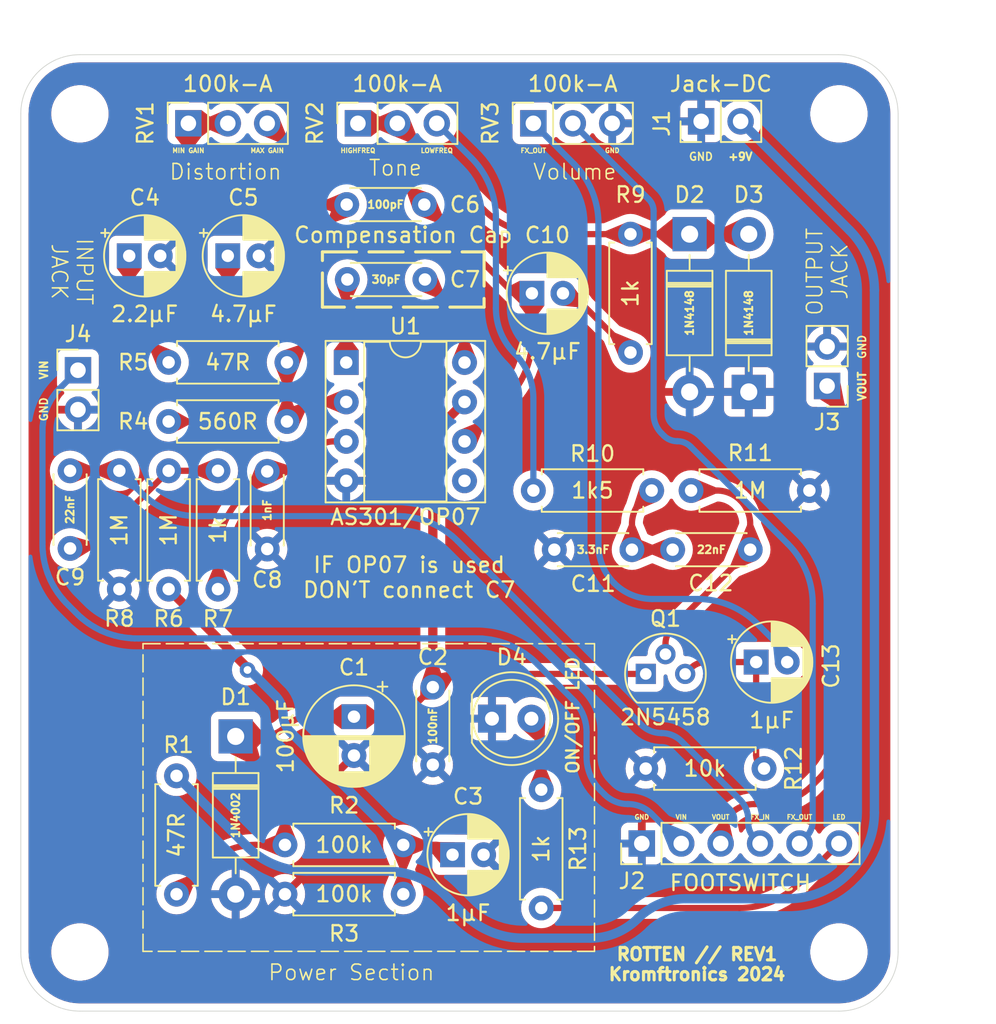
<source format=kicad_pcb>
(kicad_pcb (version 20240108) (generator "pcbnew") (generator_version "8.0")
  (title_block (title "Rotten") (date "2024-06-06") (rev "1") (company "Kromftronics"))
  (layers (0 "F.Cu" signal) (31 "B.Cu" signal) (34 "B.Paste" user) (35 "F.Paste" user) (36 "B.SilkS" user "B.Silkscreen") (37 "F.SilkS" user "F.Silkscreen") (38 "B.Mask" user) (39 "F.Mask" user) (44 "Edge.Cuts" user))
  (net 0 "")
  (net 1 "+9V")
  (net 2 "GND")
  (net 3 "/+4V5")
  (net 4 "Net-(C4-Pad1)")
  (net 5 "Net-(C5-Pad1)")
  (net 6 "Net-(C10-Pad1)")
  (net 7 "Net-(U1--)")
  (net 8 "Net-(U1-C{slash}B)")
  (net 9 "Net-(U1-COMP)")
  (net 10 "Net-(U1-+)")
  (net 11 "/FX_IN")
  (net 12 "Net-(C9-Pad2)")
  (net 13 "Net-(C10-Pad2)")
  (net 14 "Net-(C11-Pad1)")
  (net 15 "Net-(Q1-G)")
  (net 16 "Net-(C13-Pad2)")
  (net 17 "Net-(Q1-S)")
  (net 18 "Net-(D2-K)")
  (net 19 "Net-(D4-A)")
  (net 20 "/+9V_IN")
  (net 21 "/VOUT")
  (net 22 "/LED")
  (net 23 "/FX_OUT")
  (net 24 "/VIN")
  (net 25 "Net-(R10-Pad1)")
  (footprint "Capacitor_THT:CP_Radial_D5.0mm_P2.00mm" (layer "F.Cu") (at 140.716 93.726)
    (property "Reference" "C13")
    (property "Value" "1µF")
  )
  (footprint "Resistor_THT:R_Axial_DIN0207_L6.3mm_D2.5mm_P7.62mm_Horizontal" (layer "F.Cu") (at 110.363 108.672621)
    (property "Reference" "R3")
    (property "Value" "100k")
  )
  (footprint "Connector_PinHeader_2.54mm:PinHeader_1x02_P2.54mm_Vertical" (layer "F.Cu") (at 97.028 74.93)
    (property "Reference" "J4")
    (property "Value" "JACK INPUT")
  )
  (footprint "MountingHole:MountingHole_3.2mm_M3_DIN965" (layer "F.Cu") (at 146.05 112.395)
    (property "Reference" "H4" (hide yes))
    (property "Value" "MountingHole")
  )
  (footprint "Resistor_THT:R_Axial_DIN0207_L6.3mm_D2.5mm_P7.62mm_Horizontal" (layer "F.Cu") (at 106.045 81.407 -90)
    (property "Reference" "R7")
    (property "Value" "1k")
  )
  (footprint "Capacitor_THT:CP_Radial_D5.0mm_P2.00mm" (layer "F.Cu") (at 126.27 69.977)
    (property "Reference" "C10")
    (property "Value" "4.7µF")
  )
  (footprint "Resistor_THT:R_Axial_DIN0207_L6.3mm_D2.5mm_P7.62mm_Horizontal" (layer "F.Cu") (at 117.983 105.497621 180)
    (property "Reference" "R2")
    (property "Value" "100k")
  )
  (footprint "Resistor_THT:R_Axial_DIN0207_L6.3mm_D2.5mm_P7.62mm_Horizontal" (layer "F.Cu") (at 103.378 101.052621 -90)
    (property "Reference" "R1")
    (property "Value" "47R")
  )
  (footprint "Diode_THT:D_DO-41_SOD81_P10.16mm_Horizontal" (layer "F.Cu") (at 136.43 66.167 -90)
    (property "Reference" "D2")
    (property "Value" "1N4148")
  )
  (footprint "MountingHole:MountingHole_3.2mm_M3_DIN965" (layer "F.Cu") (at 97.155 112.395)
    (property "Reference" "H3" (hide yes))
    (property "Value" "MountingHole")
  )
  (footprint "Capacitor_THT:C_Disc_D4.3mm_W1.9mm_P5.00mm" (layer "F.Cu") (at 119.34 64.262 180)
    (property "Reference" "C6")
    (property "Value" "100pF")
  )
  (footprint "Resistor_THT:R_Axial_DIN0207_L6.3mm_D2.5mm_P7.62mm_Horizontal" (layer "F.Cu") (at 144.145 82.677 180)
    (property "Reference" "R11")
    (property "Value" "1M")
  )
  (footprint "Package_TO_SOT_THT:TO-92" (layer "F.Cu") (at 133.604 94.488)
    (property "Reference" "Q1")
    (property "Value" "2N5458")
  )
  (footprint "Capacitor_THT:C_Disc_D4.3mm_W1.9mm_P5.00mm" (layer "F.Cu") (at 119.38 69.088 180)
    (property "Reference" "C7")
    (property "Value" "30pF")
  )
  (footprint "Resistor_THT:R_Axial_DIN0207_L6.3mm_D2.5mm_P7.62mm_Horizontal" (layer "F.Cu") (at 133.604 100.584)
    (property "Reference" "R12")
    (property "Value" "10k")
  )
  (footprint "Resistor_THT:R_Axial_DIN0207_L6.3mm_D2.5mm_P7.62mm_Horizontal" (layer "F.Cu") (at 102.87 81.407 -90)
    (property "Reference" "R6")
    (property "Value" "1M")
  )
  (footprint "Capacitor_THT:CP_Radial_D5.0mm_P2.00mm" (layer "F.Cu") (at 106.68 67.564)
    (property "Reference" "C5")
    (property "Value" "4.7µF")
  )
  (footprint "Connector_PinSocket_2.54mm:PinSocket_1x03_P2.54mm_Vertical" (layer "F.Cu") (at 126.365 59.03 90)
    (property "Reference" "RV3")
    (property "Value" "100k-A")
  )
  (footprint "Capacitor_THT:C_Disc_D4.3mm_W1.9mm_P5.00mm" (layer "F.Cu") (at 132.715 86.487 180)
    (property "Reference" "C11")
    (property "Value" "3.3nF")
  )
  (footprint "Diode_THT:D_DO-41_SOD81_P10.16mm_Horizontal" (layer "F.Cu") (at 107.188 98.512621 -90)
    (property "Reference" "D1")
    (property "Value" "1N4002")
  )
  (footprint "Package_DIP:DIP-8_W7.62mm_Socket" (layer "F.Cu") (at 114.31 74.432)
    (property "Reference" "U1")
    (property "Value" "AS301/OP07")
  )
  (footprint "Resistor_THT:R_Axial_DIN0207_L6.3mm_D2.5mm_P7.62mm_Horizontal" (layer "F.Cu") (at 126.873 101.941621 -90)
    (property "Reference" "R13")
    (property "Value" "1k")
  )
  (footprint "LED_THT:LED_D5.0mm_IRBlack" (layer "F.Cu") (at 123.698 97.369621)
    (property "Reference" "D4")
    (property "Value" "ON/OFF LED")
  )
  (footprint "Connector_PinHeader_2.54mm:PinHeader_1x02_P2.54mm_Vertical" (layer "F.Cu") (at 145.288 75.946 180)
    (property "Reference" "J3")
    (property "Value" "JACK OUTPUT")
  )
  (footprint "Capacitor_THT:C_Disc_D4.3mm_W1.9mm_P5.00mm" (layer "F.Cu") (at 96.52 81.407 -90)
    (property "Reference" "C9")
    (property "Value" "22nF")
  )
  (footprint "Connector_PinHeader_2.54mm:PinHeader_1x02_P2.54mm_Vertical" (layer "F.Cu") (at 137.175 58.903 90)
    (property "Reference" "J1")
    (property "Value" "Jack-DC")
  )
  (footprint "Capacitor_THT:CP_Radial_D6.3mm_P2.50mm" (layer "F.Cu") (at 114.808 97.242621 -90)
    (property "Reference" "C1")
    (property "Value" "100µF")
  )
  (footprint "Connector_PinHeader_2.54mm:PinHeader_1x06_P2.54mm_Vertical" (layer "F.Cu") (at 133.35 105.41 90)
    (property "Reference" "J2")
    (property "Value" "FOOTSWITCH")
  )
  (footprint "Connector_PinSocket_2.54mm:PinSocket_1x03_P2.54mm_Vertical" (layer "F.Cu") (at 115.062 59.03 90)
    (property "Reference" "RV2")
    (property "Value" "100k-A")
  )
  (footprint "Capacitor_THT:CP_Radial_D5.0mm_P2.00mm" (layer "F.Cu") (at 100.33 67.564)
    (property "Reference" "C4")
    (property "Value" "2.2µF")
  )
  (footprint "Capacitor_THT:CP_Radial_D5.0mm_P2.00mm" (layer "F.Cu") (at 121.158 106.132621)
    (property "Reference" "C3")
    (property "Value" "1µF")
  )
  (footprint "MountingHole:MountingHole_3.2mm_M3_DIN965" (layer "F.Cu") (at 146.05 58.42)
    (property "Reference" "H2" (hide yes))
    (property "Value" "MountingHole")
  )
  (footprint "Resistor_THT:R_Axial_DIN0207_L6.3mm_D2.5mm_P7.62mm_Horizontal" (layer "F.Cu") (at 132.62 73.787 90)
    (property "Reference" "R9")
    (property "Value" "1k")
  )
  (footprint "Resistor_THT:R_Axial_DIN0207_L6.3mm_D2.5mm_P7.62mm_Horizontal" (layer "F.Cu") (at 102.87 74.422)
    (property "Reference" "R5")
    (property "Value" "47R")
  )
  (footprint "Resistor_THT:R_Axial_DIN0207_L6.3mm_D2.5mm_P7.62mm_Horizontal" (layer "F.Cu") (at 126.365 82.677)
    (property "Reference" "R10")
    (property "Value" "1k5")
  )
  (footprint "Resistor_THT:R_Axial_DIN0207_L6.3mm_D2.5mm_P7.62mm_Horizontal" (layer "F.Cu") (at 102.87 78.232)
    (property "Reference" "R4")
    (property "Value" "560R")
  )
  (footprint "MountingHole:MountingHole_3.2mm_M3_DIN965" (layer "F.Cu") (at 97.155 58.42)
    (property "Reference" "H1" (hide yes))
    (property "Value" "MountingHole")
  )
  (footprint "Diode_THT:D_DO-41_SOD81_P10.16mm_Horizontal" (layer "F.Cu") (at 140.24 76.327 90)
    (property "Reference" "D3")
    (property "Value" "1N4148")
  )
  (footprint "Capacitor_THT:C_Disc_D4.3mm_W1.9mm_P5.00mm" (layer "F.Cu") (at 135.335 86.487)
    (property "Reference" "C12")
    (property "Value" "22nF")
  )
  (footprint "Resistor_THT:R_Axial_DIN0207_L6.3mm_D2.5mm_P7.62mm_Horizontal" (layer "F.Cu") (at 99.695 89.027 90)
    (property "Reference" "R8")
    (property "Value" "1M")
  )
  (footprint "Connector_PinSocket_2.54mm:PinSocket_1x03_P2.54mm_Vertical" (layer "F.Cu") (at 104.14 59.03 90)
    (property "Reference" "RV1")
    (property "Value" "100k-A")
  )
  (footprint "Capacitor_THT:C_Disc_D4.3mm_W1.9mm_P5.00mm" (layer "F.Cu") (at 119.888 95.337621 -90)
    (property "Reference" "C2")
    (property "Value" "100nF")
  )
  (footprint "Capacitor_THT:C_Disc_D4.3mm_W1.9mm_P5.00mm" (layer "F.Cu") (at 109.22 81.447 -90)
    (property "Reference" "C8")
    (property "Value" "1nF")
  )
  (gr_rect (start 101.219 92.543621) (end 130.302 112.355621) (stroke (width 0.1) (type dash)) (fill none) (layer "F.SilkS"))
  (gr_rect (start 112.776 67.31) (end 123.19 70.866) (stroke (width 0.2) (type dash)) (fill none) (layer "F.SilkS"))
  (gr_line (start 146.05 116.205) (end 97.155 116.205) (stroke (width 0.05)) (layer "Edge.Cuts"))
  (gr_arc (start 93.345 58.42) (mid 94.460923 55.725923) (end 97.155 54.61) (stroke (width 0.05)) (layer "Edge.Cuts"))
  (gr_line (start 97.155 54.61) (end 146.05 54.61) (stroke (width 0.05)) (layer "Edge.Cuts"))
  (gr_arc (start 149.86 112.395) (mid 148.744077 115.089077) (end 146.05 116.205) (stroke (width 0.05)) (layer "Edge.Cuts"))
  (gr_arc (start 146.05 54.61) (mid 148.744077 55.725923) (end 149.86 58.42) (stroke (width 0.05)) (layer "Edge.Cuts"))
  (gr_line (start 149.86 58.42) (end 149.86 112.395) (stroke (width 0.05)) (layer "Edge.Cuts"))
  (gr_line (start 93.345 112.395) (end 93.345 58.42) (stroke (width 0.05)) (layer "Edge.Cuts"))
  (gr_arc (start 97.155 116.205) (mid 94.460923 115.089077) (end 93.345 112.395) (stroke (width 0.05)) (layer "Edge.Cuts"))
  (gr_text "GND" (at 147.828 73.426 90) (layer "F.SilkS") (effects (font (size 0.5 0.5) (thickness 0.1)) (justify bottom)))
  (gr_text "VIN" (at 135.89 103.886 0) (layer "F.SilkS") (effects (font (size 0.3 0.3) (thickness 0.075)) (justify bottom)))
  (gr_text "GND" (at 95.123 77.45 90) (layer "F.SilkS") (effects (font (size 0.5 0.5) (thickness 0.1)) (justify bottom)))
  (gr_text "GND" (at 131.445 60.96 0) (layer "F.SilkS") (effects (font (size 0.3 0.3) (thickness 0.075)) (justify bottom)))
  (gr_text "MAX GAIN" (at 109.22 60.96 0) (layer "F.SilkS") (effects (font (size 0.3 0.3) (thickness 0.075)) (justify bottom)))
  (gr_text "IF OP07 is used\nDON'T connect C7" (at 118.364 89.662 0) (layer "F.SilkS") (effects (font (size 1 1)) (justify bottom)))
  (gr_text "VIN" (at 95.123 74.91 90) (layer "F.SilkS") (effects (font (size 0.5 0.5) (thickness 0.125)) (justify bottom)))
  (gr_text "MIN GAIN" (at 104.14 60.96 0) (layer "F.SilkS") (effects (font (size 0.3 0.3) (thickness 0.075)) (justify bottom)))
  (gr_text "GND" (at 133.35 103.886 0) (layer "F.SilkS") (effects (font (size 0.3 0.3) (thickness 0.075)) (justify bottom)))
  (gr_text "Compensation Cap" (at 117.983 66.802 0) (layer "F.SilkS") (effects (font (size 1 1)) (justify bottom)))
  (gr_text "FX_IN" (at 140.97 103.886 0) (layer "F.SilkS") (effects (font (size 0.3 0.3) (thickness 0.075)) (justify bottom)))
  (gr_text "VOUT" (at 138.43 103.886 0) (layer "F.SilkS") (effects (font (size 0.3 0.3) (thickness 0.075)) (justify bottom)))
  (gr_text "HIGHFREQ" (at 115.062 60.96 0) (layer "F.SilkS") (effects (font (size 0.3 0.3) (thickness 0.075)) (justify bottom)))
  (gr_text "Tone" (at 117.475 62.484 0) (layer "F.SilkS") (effects (font (size 1 1) (thickness 0.1)) (justify bottom)))
  (gr_text "INPUT\nJACK" (at 95.25 68.58 270) (layer "F.SilkS") (effects (font (size 1 1) (thickness 0.1)) (justify bottom)))
  (gr_text "LED" (at 146.05 103.886 0) (layer "F.SilkS") (effects (font (size 0.3 0.3) (thickness 0.075)) (justify bottom)))
  (gr_text "OUTPUT\nJACK" (at 146.685 68.58 90) (layer "F.SilkS") (effects (font (size 1 1) (thickness 0.1)) (justify bottom)))
  (gr_text "LOWFREQ" (at 120.142 60.96 0) (layer "F.SilkS") (effects (font (size 0.3 0.3) (thickness 0.075)) (justify bottom)))
  (gr_text "ROTTEN // REV1\nKromftronics 2024\n" (at 136.906 114.3 0) (layer "F.SilkS") (effects (font (size 0.8 0.8) (thickness 0.2) (bold yes)) (justify bottom)))
  (gr_text "Volume" (at 129.032 62.738 0) (layer "F.SilkS") (effects (font (size 1 1) (thickness 0.1)) (justify bottom)))
  (gr_text "VOUT" (at 147.828 75.966 90) (layer "F.SilkS") (effects (font (size 0.5 0.5) (thickness 0.125)) (justify bottom)))
  (gr_text "GND" (at 137.16 61.468 0) (layer "F.SilkS") (effects (font (size 0.5 0.5) (thickness 0.1)) (justify bottom)))
  (gr_text "+9V" (at 139.7 61.468 0) (layer "F.SilkS") (effects (font (size 0.5 0.5) (thickness 0.125)) (justify bottom)))
  (gr_text "Power Section" (at 109.22 114.3 0) (layer "F.SilkS") (effects (font (size 1 1) (thickness 0.1)) (justify left bottom)))
  (gr_text "FX_OUT" (at 126.365 60.96 0) (layer "F.SilkS") (effects (font (size 0.3 0.3) (thickness 0.075)) (justify bottom)))
  (gr_text "Distortion" (at 106.538 62.738 0) (layer "F.SilkS") (effects (font (size 1 1) (thickness 0.1)) (justify bottom)))
  (gr_text "FX_OUT" (at 143.51 103.886 0) (layer "F.SilkS") (effects (font (size 0.3 0.3) (thickness 0.075)) (justify bottom)))
  (segment (start 107.291725 98.909725) (end 109.119686 100.737686) (width 0.4) (layer "F.Cu") (net 1))
  (segment (start 114.808 97.242621) (end 111.935404 97.242621) (width 0.4) (layer "F.Cu") (net 1))
  (segment (start 119.490229 95.735385) (end 119.436144 95.78947) (width 0.4) (layer "F.Cu") (net 1))
  (segment (start 119.050931 96.174687) (end 119.017951 96.207667) (width 0.4) (layer "F.Cu") (net 1))
  (segment (start 119.104523 96.121094) (end 119.096278 96.129339) (width 0.4) (layer "F.Cu") (net 1))
  (segment (start 118.956112 96.269506) (end 118.947867 96.277752) (width 0.4) (layer "F.Cu") (net 1))
  (segment (start 120.025823 95.199789) (end 119.934756 95.290858) (width 0.4) (layer "F.Cu") (net 1))
  (segment (start 119.08391 96.141706) (end 119.096278 96.129339) (width 0.4) (layer "F.Cu") (net 1))
  (segment (start 119.576651 95.648962) (end 119.5529 95.672715) (width 0.4) (layer "F.Cu") (net 1))
  (segment (start 119.888 80.457912) (end 119.888 95.337621) (width 0.6) (layer "F.Cu") (net 1))
  (segment (start 120.192083 95.033533) (end 120.116892 95.108722) (width 0.4) (layer "F.Cu") (net 1))
  (segment (start 118.9355 96.290121) (end 118.939622 96.285998) (width 0.4) (layer "F.Cu") (net 1))
  (segment (start 119.610275 95.615338) (end 119.579942 95.645672) (width 0.4) (layer "F.Cu") (net 1))
  (segment (start 120.26383 94.961787) (end 120.282628 94.94299) (width 0.4) (layer "F.Cu") (net 1))
  (segment (start 118.947867 96.277752) (end 118.939622 96.285998) (width 0.4) (layer "F.Cu") (net 1))
  (segment (start 119.637318 95.588295) (end 119.610275 95.615338) (width 0.4) (layer "F.Cu") (net 1))
  (segment (start 120.302749 94.92287) (end 120.282628 94.94299) (width 0.4) (layer "F.Cu") (net 1))
  (segment (start 119.08391 96.141706) (end 119.050931 96.174687) (width 0.4) (layer "F.Cu") (net 1))
  (segment (start 120.241063 94.984554) (end 120.218295 95.007321) (width 0.4) (layer "F.Cu") (net 1))
  (segment (start 120.218295 95.007321) (end 120.192083 95.033533) (width 0.4) (layer "F.Cu") (net 1))
  (segment (start 118.964357 96.261261) (end 118.956112 96.269506) (width 0.4) (layer "F.Cu") (net 1))
  (segment (start 108.458 105.497621) (end 110.363 105.497621) (width 0.4) (layer "F.Cu") (net 1))
  (segment (start 120.025823 95.199789) (end 120.067388 95.158225) (width 0.4) (layer "F.Cu") (net 1))
  (segment (start 119.806156 95.419457) (end 119.721737 95.503876) (width 0.4) (layer "F.Cu") (net 1))
  (segment (start 119.505395 95.720218) (end 119.490229 95.735385) (width 0.4) (layer "F.Cu") (net 1))
  (segment (start 120.302749 94.92287) (end 120.31281 94.91281) (width 0.4) (layer "F.Cu") (net 1))
  (segment (start 119.721737 95.503876) (end 119.637318 95.588295) (width 0.4) (layer "F.Cu") (net 1))
  (segment (start 119.397224 95.828389) (end 119.436144 95.78947) (width 0.4) (layer "F.Cu") (net 1))
  (segment (start 120.075327 95.150287) (end 120.067388 95.158225) (width 0.4) (layer "F.Cu") (net 1))
  (segment (start 119.934756 95.290858) (end 119.843687 95.381925) (width 0.4) (layer "F.Cu") (net 1))
  (segment (start 121.338393 94.488) (end 133.604 94.488) (width 0.4) (layer "F.Cu") (net 1))
  (segment (start 105.205961 106.844659) (end 103.378 108.672621) (width 0.4) (layer "F.Cu") (net 1))
  (segment (start 119.397224 95.828389) (end 119.265303 95.960312) (width 0.4) (layer "F.Cu") (net 1))
  (segment (start 119.017951 96.207667) (end 118.984971 96.240647) (width 0.4) (layer "F.Cu") (net 1))
  (segment (start 108.869353 98.512621) (end 107.334689 98.512621) (width 0.4) (layer "F.Cu") (net 1))
  (segment (start 119.219954 96.005661) (end 119.178729 96.046887) (width 0.4) (layer "F.Cu") (net 1))
  (segment (start 120.909 77.993) (end 121.93 76.972) (width 0.6) (layer "F.Cu") (net 1))
  (segment (start 110.363 103.73931) (end 110.363 105.497621) (width 0.4) (layer "F.Cu") (net 1))
  (segment (start 119.576651 95.648962) (end 119.579942 95.645672) (width 0.4) (layer "F.Cu") (net 1))
  (segment (start 118.972602 96.253016) (end 118.984971 96.240647) (width 0.4) (layer "F.Cu") (net 1))
  (segment (start 119.178729 96.046887) (end 119.137504 96.088112) (width 0.4) (layer "F.Cu") (net 1))
  (segment (start 114.808 97.242621) (end 116.635961 97.242621) (width 0.4) (layer "F.Cu") (net 1))
  (segment (start 120.26383 94.961787) (end 120.241063 94.984554) (width 0.4) (layer "F.Cu") (net 1))
  (segment (start 119.529148 95.696467) (end 119.505395 95.720218) (width 0.4) (layer "F.Cu") (net 1))
  (segment (start 119.137504 96.088112) (end 119.112768 96.112848) (width 0.4) (layer "F.Cu") (net 1))
  (segment (start 119.112768 96.112848) (end 119.104523 96.121094) (width 0.4) (layer "F.Cu") (net 1))
  (segment (start 119.219954 96.005661) (end 119.265303 95.960312) (width 0.4) (layer "F.Cu") (net 1))
  (segment (start 120.116892 95.108722) (end 120.083266 95.142348) (width 0.4) (layer "F.Cu") (net 1))
  (segment (start 119.5529 95.672715) (end 119.529148 95.696467) (width 0.4) (layer "F.Cu") (net 1))
  (segment (start 119.843687 95.381925) (end 119.806156 95.419457) (width 0.4) (layer "F.Cu") (net 1))
  (segment (start 120.083266 95.142348) (end 120.075327 95.150287) (width 0.4) (layer "F.Cu") (net 1))
  (segment (start 118.972602 96.253016) (end 118.964357 96.261261) (width 0.4) (layer "F.Cu") (net 1))
  (arc (start 108.458 105.497621) (mid 106.698009 105.847704) (end 105.205961 106.844659) (width 0.4) (layer "F.Cu") (net 1))
  (arc (start 118.9355 96.290121) (mid 117.880462 96.995074) (end 116.635961 97.242621) (width 0.4) (layer "F.Cu") (net 1))
  (arc (start 121.338393 94.488) (mid 120.783351 94.598404) (end 120.31281 94.91281) (width 0.4) (layer "F.Cu") (net 1))
  (arc (start 110.402379 97.877621) (mid 111.105736 97.407652) (end 111.935404 97.242621) (width 0.4) (layer "F.Cu") (net 1))
  (arc (start 110.363 103.73931) (mid 110.039873 102.114843) (end 109.119686 100.737686) (width 0.4) (layer "F.Cu") (net 1))
  (arc (start 120.909 77.993) (mid 120.153349 79.123911) (end 119.888 80.457912) (width 0.6) (layer "F.Cu") (net 1))
  (arc (start 110.402379 97.877621) (mid 109.69902 98.347589) (end 108.869353 98.512621) (width 0.4) (layer "F.Cu") (net 1))
  (arc (start 107.188 98.65931) (mid 107.214957 98.794833) (end 107.291725 98.909725) (width 0.4) (layer "F.Cu") (net 1))
  (arc (start 107.188 98.65931) (mid 107.230964 98.555585) (end 107.334689 98.512621) (width 0.4) (layer "F.Cu") (net 1))
  (segment (start 120.073987 105.497621) (end 117.983 105.497621) (width 0.4) (layer "F.Cu") (net 3))
  (segment (start 117.983 105.497621) (end 117.983 108.672621) (width 0.4) (layer "F.Cu") (net 3))
  (segment (start 107.905098 94.062098) (end 102.87 89.027) (width 0.6) (layer "F.Cu") (net 3))
  (segment (start 120.8405 105.815121) (end 121.158 106.132621) (width 0.4) (layer "F.Cu") (net 3))
  (segment (start 107.95 94.1705) (end 107.95 94.234) (width 0.6) (layer "F.Cu") (net 3))
  (via (at 107.95 94.234) (size 1) (drill 0.5) (layers "F.Cu" "B.Cu") (net 3))
  (arc (start 107.905098 94.062098) (mid 107.93833 94.111833) (end 107.95 94.1705) (width 0.6) (layer "F.Cu") (net 3))
  (arc (start 120.073987 105.497621) (mid 120.48882 105.580136) (end 120.8405 105.815121) (width 0.4) (layer "F.Cu") (net 3))
  (segment (start 108.0135 94.234) (end 107.95 94.234) (width 0.6) (layer "B.Cu") (net 3))
  (segment (start 110.715991 98.230612) (end 117.983 105.497621) (width 0.6) (layer "B.Cu") (net 3))
  (segment (start 108.121901 94.278901) (end 109.756008 95.913008) (width 0.6) (layer "B.Cu") (net 3))
  (arc (start 110.236 97.07181) (mid 110.111254 96.444671) (end 109.756008 95.913008) (width 0.6) (layer "B.Cu") (net 3))
  (arc (start 110.236 97.07181) (mid 110.360745 97.698949) (end 110.715991 98.230612) (width 0.6) (layer "B.Cu") (net 3))
  (arc (start 108.121901 94.278901) (mid 108.072166 94.245669) (end 108.0135 94.234) (width 0.6) (layer "B.Cu") (net 3))
  (segment (start 100.33 70.085948) (end 100.33 67.564) (width 0.4) (layer "F.Cu") (net 4))
  (segment (start 101.6 73.152) (end 102.5525 74.1045) (width 0.4) (layer "F.Cu") (net 4))
  (segment (start 102.5525 74.1045) (end 102.235 73.787) (width 0.4) (layer "F.Cu") (net 4))
  (arc (start 101.6 73.152) (mid 100.660062 71.745283) (end 100.33 70.085948) (width 0.4) (layer "F.Cu") (net 4))
  (arc (start 102.5525 74.1045) (mid 102.5525 74.1045) (end 102.5525 74.1045) (width 0.4) (layer "F.Cu") (net 4))
  (segment (start 106.68 76.201868) (end 106.68 67.564) (width 0.4) (layer "F.Cu") (net 5))
  (segment (start 105.964223 77.423776) (end 106.322111 77.065887) (width 0.4) (layer "F.Cu") (net 5))
  (segment (start 104.013 78.232) (end 102.87 78.232) (width 0.4) (layer "F.Cu") (net 5))
  (arc (start 105.964223 77.423776) (mid 105.068994 78.021949) (end 104.013 78.232) (width 0.4) (layer "F.Cu") (net 5))
  (arc (start 106.322111 77.065887) (mid 106.586987 76.669471) (end 106.68 76.201868) (width 0.4) (layer "F.Cu") (net 5))
  (segment (start 124.679574 69.561574) (end 119.394142 64.276142) (width 0.4) (layer "F.Cu") (net 6))
  (segment (start 126.27 72.918036) (end 126.27 70.5645) (width 0.4) (layer "F.Cu") (net 6))
  (segment (start 110.826207 60.636207) (end 109.22 59.03) (width 0.4) (layer "F.Cu") (net 6))
  (segment (start 119.325857 64.247857) (end 118.324 63.246) (width 0.4) (layer "F.Cu") (net 6))
  (segment (start 114.673963 62.23) (end 115.871159 62.23) (width 0.4) (layer "F.Cu") (net 6))
  (segment (start 124.676207 76.765792) (end 121.93 79.512) (width 0.4) (layer "F.Cu") (net 6))
  (arc (start 124.676207 76.765792) (mid 125.855786 75.000426) (end 126.27 72.918036) (width 0.4) (layer "F.Cu") (net 6))
  (arc (start 125.6825 69.977) (mid 125.13972 69.869034) (end 124.679574 69.561574) (width 0.4) (layer "F.Cu") (net 6))
  (arc (start 118.324 63.246) (mid 117.198626 62.494049) (end 115.871159 62.23) (width 0.4) (layer "F.Cu") (net 6))
  (arc (start 119.36 64.262) (mid 119.378477 64.265675) (end 119.394142 64.276142) (width 0.4) (layer "F.Cu") (net 6))
  (arc (start 125.6825 69.977) (mid 126.097925 70.149074) (end 126.27 70.5645) (width 0.4) (layer "F.Cu") (net 6))
  (arc (start 119.325857 64.247857) (mid 119.341522 64.258324) (end 119.36 64.262) (width 0.4) (layer "F.Cu") (net 6))
  (arc (start 114.673963 62.23) (mid 112.591572 61.815786) (end 110.826207 60.636207) (width 0.4) (layer "F.Cu") (net 6))
  (segment (start 112.640954 76.972) (end 114.31 76.972) (width 0.4) (layer "F.Cu") (net 7))
  (segment (start 110.805 77.917) (end 111.12 77.602) (width 0.4) (layer "F.Cu") (net 7))
  (segment (start 107.175235 64.262) (end 114.34 64.262) (width 0.4) (layer "F.Cu") (net 7))
  (segment (start 104.14 61.226764) (end 104.14 59.03) (width 0.4) (layer "F.Cu") (net 7))
  (segment (start 110.49 74.422) (end 111.379 73.533) (width 0.4) (layer "F.Cu") (net 7))
  (segment (start 113.304 65.298) (end 114.34 64.262) (width 0.4) (layer "F.Cu") (net 7))
  (segment (start 110.49 74.422) (end 110.49 77.786522) (width 0.4) (layer "F.Cu") (net 7))
  (segment (start 104.14 59.03) (end 106.68 59.03) (width 0.4) (layer "F.Cu") (net 7))
  (segment (start 112.268 71.386764) (end 112.268 67.799125) (width 0.4) (layer "F.Cu") (net 7))
  (arc (start 112.640954 76.972) (mid 111.817819 77.135731) (end 111.12 77.602) (width 0.4) (layer "F.Cu") (net 7))
  (arc (start 105.029 63.373) (mid 104.371043 62.388298) (end 104.14 61.226764) (width 0.4) (layer "F.Cu") (net 7))
  (arc (start 105.029 63.373) (mid 106.013701 64.030956) (end 107.175235 64.262) (width 0.4) (layer "F.Cu") (net 7))
  (arc (start 112.268 71.386764) (mid 112.036956 72.548298) (end 111.379 73.533) (width 0.4) (layer "F.Cu") (net 7))
  (arc (start 110.805 77.917) (mid 110.603908 77.956999) (end 110.49 77.786522) (width 0.4) (layer "F.Cu") (net 7))
  (arc (start 113.304 65.298) (mid 112.537247 66.445525) (end 112.268 67.799125) (width 0.4) (layer "F.Cu") (net 7))
  (segment (start 114.345 69.123) (end 114.38 69.088) (width 0.4) (layer "F.Cu") (net 8))
  (segment (start 114.31 69.207497) (end 114.31 74.432) (width 0.4) (layer "F.Cu") (net 8))
  (arc (start 114.31 69.207497) (mid 114.319096 69.161767) (end 114.345 69.123) (width 0.4) (layer "F.Cu") (net 8))
  (segment (start 121.740394 71.448394) (end 119.38 69.088) (width 0.4) (layer "F.Cu") (net 9))
  (segment (start 121.92 71.882) (end 121.92 72.128928) (width 0.4) (layer "F.Cu") (net 9))
  (segment (start 121.93 72.153071) (end 121.93 74.432) (width 0.4) (layer "F.Cu") (net 9))
  (arc (start 121.92 71.882) (mid 121.873321 71.647334) (end 121.740394 71.448394) (width 0.4) (layer "F.Cu") (net 9))
  (arc (start 121.925 72.141) (mid 121.9287 72.146538) (end 121.93 72.153071) (width 0.4) (layer "F.Cu") (net 9))
  (arc (start 121.925 72.141) (mid 121.921299 72.135461) (end 121.92 72.128928) (width 0.4) (layer "F.Cu") (net 9))
  (segment (start 109.22 81.447) (end 110.0255 81.447) (width 0.4) (layer "F.Cu") (net 10))
  (segment (start 113.538 79.512) (end 114.31 79.512) (width 0.4) (layer "F.Cu") (net 10))
  (segment (start 106.045 86.8245) (end 106.045 89.027) (width 0.4) (layer "F.Cu") (net 10))
  (segment (start 112.220113 80.057886) (end 111.400574 80.877425) (width 0.4) (layer "F.Cu") (net 10))
  (segment (start 107.602402 83.064597) (end 109.22 81.447) (width 0.4) (layer "F.Cu") (net 10))
  (arc (start 112.220113 80.057886) (mid 112.824764 79.653871) (end 113.538 79.512) (width 0.4) (layer "F.Cu") (net 10))
  (arc (start 107.602402 83.064597) (mid 106.449755 84.789655) (end 106.045 86.8245) (width 0.4) (layer "F.Cu") (net 10))
  (arc (start 111.400574 80.877425) (mid 110.769684 81.298972) (end 110.0255 81.447) (width 0.4) (layer "F.Cu") (net 10))
  (segment (start 99.695 81.407) (end 96.52 81.407) (width 0.4) (layer "F.Cu") (net 11))
  (segment (start 135.922068 98.838068) (end 139.669184 102.585184) (width 0.4) (layer "B.Cu") (net 11))
  (segment (start 140.589 105.029) (end 140.97 105.41) (width 0.4) (layer "B.Cu") (net 11))
  (segment (start 101.394342 83.089709) (end 101.477689 83.159645) (width 0.4) (layer "B.Cu") (net 11))
  (segment (start 118.10808 84.351194) (end 117.989801 84.340845) (width 0.4) (layer "B.Cu") (net 11))
  (segment (start 104.247058 84.306769) (end 104.355445 84.316252) (width 0.4) (layer "B.Cu") (net 11))
  (segment (start 101.078557 82.790557) (end 99.695 81.407) (width 0.4) (layer "B.Cu") (net 11))
  (segment (start 121.48002 85.923563) (end 133.314388 97.757931) (width 0.4) (layer "B.Cu") (net 11))
  (segment (start 117.515292 84.328) (end 104.79027 84.328) (width 0.4) (layer "B.Cu") (net 11))
  (segment (start 140.208 104.109184) (end 140.208 103.886) (width 0.4) (layer "B.Cu") (net 11))
  (arc (start 102.976768 84.025144) (mid 102.774094 83.946327) (end 102.575052 83.858746) (width 0.4) (layer "B.Cu") (net 11))
  (arc (start 134.618228 98.298) (mid 133.912595 98.15764) (end 133.314388 97.757931) (width 0.4) (layer "B.Cu") (net 11))
  (arc (start 117.515292 84.328) (mid 117.634034 84.328312) (end 117.752773 84.329248) (width 0.4) (layer "B.Cu") (net 11))
  (arc (start 120.753742 85.314144) (mid 120.55643 85.182304) (end 120.353556 85.059197) (width 0.4) (layer "B.Cu") (net 11))
  (arc (start 104.572651 84.326868) (mid 104.681459 84.327716) (end 104.79027 84.328) (width 0.4) (layer "B.Cu") (net 11))
  (arc (start 121.130185 85.602999) (mid 121.3086 85.759464) (end 121.48002 85.923563) (width 0.4) (layer "B.Cu") (net 11))
  (arc (start 101.82265 83.424344) (mid 101.647281 83.295758) (end 101.477689 83.159645) (width 0.4) (layer "B.Cu") (net 11))
  (arc (start 104.572651 84.326868) (mid 104.463946 84.323647) (end 104.355445 84.316252) (width 0.4) (layer "B.Cu") (net 11))
  (arc (start 134.618228 98.298) (mid 135.323861 98.438359) (end 135.922068 98.838068) (width 0.4) (layer "B.Cu") (net 11))
  (arc (start 103.391457 84.155898) (mid 103.182685 84.095045) (end 102.976768 84.025144) (width 0.4) (layer "B.Cu") (net 11))
  (arc (start 120.353556 85.059197) (mid 120.145505 84.945056) (end 119.932674 84.8401) (width 0.4) (layer "B.Cu") (net 11))
  (arc (start 103.815964 84.250011) (mid 103.602683 84.207586) (end 103.391457 84.155898) (width 0.4) (layer "B.Cu") (net 11))
  (arc (start 118.10808 84.351194) (mid 118.343973 84.377029) (end 118.578515 84.41313) (width 0.4) (layer "B.Cu") (net 11))
  (arc (start 101.82265 83.424344) (mid 102.00346 83.545158) (end 102.189368 83.65797) (width 0.4) (layer "B.Cu") (net 11))
  (arc (start 121.130185 85.602999) (mid 120.945115 85.454464) (end 120.753742 85.314144) (width 0.4) (layer "B.Cu") (net 11))
  (arc (start 119.494298 84.658517) (mid 119.269587 84.582237) (end 119.041764 84.515832) (width 0.4) (layer "B.Cu") (net 11))
  (arc (start 101.394342 83.089709) (mid 101.31239 83.018217) (end 101.233243 82.943633) (width 0.4) (layer "B.Cu") (net 11))
  (arc (start 140.208 104.109184) (mid 140.307018 104.606984) (end 140.589 105.029) (width 0.4) (layer "B.Cu") (net 11))
  (arc (start 103.815964 84.250011) (mid 104.030891 84.283093) (end 104.247058 84.306769) (width 0.4) (layer "B.Cu") (net 11))
  (arc (start 101.078557 82.790557) (mid 101.1557 82.867297) (end 101.233243 82.943633) (width 0.4) (layer "B.Cu") (net 11))
  (arc (start 117.989801 84.340845) (mid 117.871398 84.332772) (end 117.752773 84.329248) (width 0.4) (layer "B.Cu") (net 11))
  (arc (start 140.208 103.886) (mid 140.067966 103.182003) (end 139.669184 102.585184) (width 0.4) (layer "B.Cu") (net 11))
  (arc (start 119.494298 84.658517) (mid 119.715467 84.744526) (end 119.932674 84.8401) (width 0.4) (layer "B.Cu") (net 11))
  (arc (start 102.575052 83.858746) (mid 102.380019 83.762565) (end 102.189368 83.65797) (width 0.4) (layer "B.Cu") (net 11))
  (arc (start 119.041764 84.515832) (mid 118.81126 84.459427) (end 118.578515 84.41313) (width 0.4) (layer "B.Cu") (net 11))
  (segment (start 97.195 86.407) (end 96.52 86.407) (width 0.4) (layer "F.Cu") (net 12))
  (segment (start 98.347297 85.929702) (end 102.87 81.407) (width 0.4) (layer "F.Cu") (net 12))
  (segment (start 102.87 81.407) (end 106.045 81.407) (width 0.4) (layer "F.Cu") (net 12))
  (arc (start 98.347297 85.929702) (mid 97.818618 86.282954) (end 97.195 86.407) (width 0.4) (layer "F.Cu") (net 12))
  (segment (start 129.000918 70.167918) (end 132.62 73.787) (width 0.4) (layer "F.Cu") (net 13))
  (segment (start 128.54 69.977) (end 128.27 69.977) (width 0.4) (layer "F.Cu") (net 13))
  (arc (start 128.54 69.977) (mid 128.789447 70.026617) (end 129.000918 70.167918) (width 0.4) (layer "F.Cu") (net 13))
  (segment (start 133.35 83.312) (end 133.985 82.677) (width 0.4) (layer "F.Cu") (net 14))
  (segment (start 132.715 86.487) (end 135.335 86.487) (width 0.4) (layer "F.Cu") (net 14))
  (segment (start 132.715 84.845025) (end 132.715 86.487) (width 0.4) (layer "F.Cu") (net 14))
  (arc (start 133.35 83.312) (mid 132.880031 84.015357) (end 132.715 84.845025) (width 0.4) (layer "F.Cu") (net 14))
  (segment (start 138.166974 82.677) (end 136.525 82.677) (width 0.4) (layer "F.Cu") (net 15))
  (segment (start 134.874 92.583) (end 134.874 93.218) (width 0.4) (layer "F.Cu") (net 15))
  (segment (start 140.335 86.487) (end 135.323012 91.498987) (width 0.4) (layer "F.Cu") (net 15))
  (segment (start 140.335 84.845025) (end 140.335 86.487) (width 0.4) (layer "F.Cu") (net 15))
  (arc (start 134.874 92.583) (mid 134.990694 91.996336) (end 135.323012 91.498987) (width 0.4) (layer "F.Cu") (net 15))
  (arc (start 139.7 83.312) (mid 138.996641 82.842031) (end 138.166974 82.677) (width 0.4) (layer "F.Cu") (net 15))
  (arc (start 139.7 83.312) (mid 140.169968 84.015357) (end 140.335 84.845025) (width 0.4) (layer "F.Cu") (net 15))
  (segment (start 136.938036 89.662) (end 134.02484 89.662) (width 0.4) (layer "B.Cu") (net 16))
  (segment (start 142.716 93.456) (end 142.716 93.726) (width 0.4) (layer "B.Cu") (net 16))
  (segment (start 128.962207 61.627207) (end 126.365 59.03) (width 0.4) (layer "B.Cu") (net 16))
  (segment (start 130.556 65.474963) (end 130.556 86.193159) (width 0.4) (layer "B.Cu") (net 16))
  (segment (start 140.785792 91.255792) (end 142.525081 92.995081) (width 0.4) (layer "B.Cu") (net 16))
  (arc (start 134.02484 89.662) (mid 132.697372 89.39795) (end 131.572 88.646) (width 0.4) (layer "B.Cu") (net 16))
  (arc (start 130.556 65.474963) (mid 130.141786 63.392572) (end 128.962207 61.627207) (width 0.4) (layer "B.Cu") (net 16))
  (arc (start 130.556 86.193159) (mid 130.820049 87.520626) (end 131.572 88.646) (width 0.4) (layer "B.Cu") (net 16))
  (arc (start 142.525081 92.995081) (mid 142.666381 93.206552) (end 142.716 93.456) (width 0.4) (layer "B.Cu") (net 16))
  (arc (start 140.785792 91.255792) (mid 139.020426 90.076213) (end 136.938036 89.662) (width 0.4) (layer "B.Cu") (net 16))
  (segment (start 136.525 94.107) (end 136.144 94.488) (width 0.4) (layer "F.Cu") (net 17))
  (segment (start 140.716 93.726) (end 140.716 99.716789) (width 0.4) (layer "F.Cu") (net 17))
  (segment (start 140.97 100.33) (end 141.224 100.584) (width 0.4) (layer "F.Cu") (net 17))
  (segment (start 137.444815 93.726) (end 140.716 93.726) (width 0.4) (layer "F.Cu") (net 17))
  (arc (start 137.444815 93.726) (mid 136.947014 93.825018) (end 136.525 94.107) (width 0.4) (layer "F.Cu") (net 17))
  (arc (start 140.97 100.33) (mid 140.782012 100.048656) (end 140.716 99.716789) (width 0.4) (layer "F.Cu") (net 17))
  (segment (start 126.992963 66.167) (end 132.62 66.167) (width 0.4) (layer "F.Cu") (net 18))
  (segment (start 136.43 66.167) (end 132.62 66.167) (width 0.4) (layer "F.Cu") (net 18))
  (segment (start 117.602 59.03) (end 115.062 59.03) (width 0.4) (layer "F.Cu") (net 18))
  (segment (start 117.602 59.03) (end 123.145207 64.573207) (width 0.4) (layer "F.Cu") (net 18))
  (segment (start 136.43 66.167) (end 140.24 66.167) (width 0.4) (layer "F.Cu") (net 18))
  (arc (start 126.992963 66.167) (mid 124.910572 65.752786) (end 123.145207 64.573207) (width 0.4) (layer "F.Cu") (net 18))
  (segment (start 126.5555 97.687121) (end 126.238 97.369621) (width 0.2) (layer "F.Cu") (net 19))
  (segment (start 126.873 98.453633) (end 126.873 101.941621) (width 0.4) (layer "F.Cu") (net 19))
  (arc (start 126.873 98.453633) (mid 126.790484 98.038799) (end 126.5555 97.687121) (width 0.2) (layer "F.Cu") (net 19))
  (segment (start 136.162051 108.966) (end 142.780036 108.966) (width 0.6) (layer "B.Cu") (net 20))
  (segment (start 107.919586 105.594207) (end 103.378 101.052621) (width 0.6) (layer "B.Cu") (net 20))
  (segment (start 121.850207 109.912207) (end 120.719792 108.781792) (width 0.6) (layer "B.Cu") (net 20))
  (segment (start 148.336 69.777963) (end 148.336 103.410036) (width 0.6) (layer "B.Cu") (net 20))
  (segment (start 146.627792 107.372206) (end 146.742207 107.257792) (width 0.6) (layer "B.Cu") (net 20))
  (segment (start 146.742207 65.930207) (end 139.715 58.903) (width 0.6) (layer "B.Cu") (net 20))
  (segment (start 111.767342 107.188) (end 116.872036 107.188) (width 0.6) (layer "B.Cu") (net 20))
  (segment (start 125.697963 111.506) (end 130.029948 111.506) (width 0.6) (layer "B.Cu") (net 20))
  (arc (start 148.336 103.410036) (mid 147.921786 105.492426) (end 146.742207 107.257792) (width 0.6) (layer "B.Cu") (net 20))
  (arc (start 120.719792 108.781792) (mid 118.954426 107.602213) (end 116.872036 107.188) (width 0.6) (layer "B.Cu") (net 20))
  (arc (start 121.850207 109.912207) (mid 123.615572 111.091786) (end 125.697963 111.506) (width 0.6) (layer "B.Cu") (net 20))
  (arc (start 111.767342 107.188) (mid 109.684951 106.773786) (end 107.919586 105.594207) (width 0.6) (layer "B.Cu") (net 20))
  (arc (start 148.336 69.777963) (mid 147.921786 67.695572) (end 146.742207 65.930207) (width 0.6) (layer "B.Cu") (net 20))
  (arc (start 133.096 110.236) (mid 131.689283 111.175937) (end 130.029948 111.506) (width 0.6) (layer "B.Cu") (net 20))
  (arc (start 136.162051 108.966) (mid 134.502716 109.296062) (end 133.096 110.236) (width 0.6) (layer "B.Cu") (net 20))
  (arc (start 146.627792 107.372206) (mid 144.862426 108.551786) (end 142.780036 108.966) (width 0.6) (layer "B.Cu") (net 20))
  (segment (start 145.796 76.454) (end 145.288 75.946) (width 0.4) (layer "F.Cu") (net 21))
  (segment (start 140.598025 102.87) (end 141.4145 102.87) (width 0.4) (layer "F.Cu") (net 21))
  (segment (start 138.879012 103.690987) (end 139.065 103.505) (width 0.4) (layer "F.Cu") (net 21))
  (segment (start 138.43 104.775) (end 138.43 105.41) (width 0.4) (layer "F.Cu") (net 21))
  (segment (start 146.304 77.68042) (end 146.304 97.449935) (width 0.4) (layer "F.Cu") (net 21))
  (segment (start 144.716499 101.282499) (end 144.341334 101.657665) (width 0.4) (layer "F.Cu") (net 21))
  (arc (start 138.879012 103.690987) (mid 138.546694 104.188336) (end 138.43 104.775) (width 0.4) (layer "F.Cu") (net 21))
  (arc (start 144.341334 101.657665) (mid 142.998491 102.554924) (end 141.4145 102.87) (width 0.4) (layer "F.Cu") (net 21))
  (arc (start 144.716499 101.282499) (mid 145.891421 99.524104) (end 146.304 97.449935) (width 0.4) (layer "F.Cu") (net 21))
  (arc (start 146.304 77.68042) (mid 146.171975 77.016686) (end 145.796 76.454) (width 0.4) (layer "F.Cu") (net 21))
  (arc (start 139.065 103.505) (mid 139.768357 103.035031) (end 140.598025 102.87) (width 0.4) (layer "F.Cu") (net 21))
  (segment (start 139.644415 109.561621) (end 126.873 109.561621) (width 0.4) (layer "F.Cu") (net 22))
  (segment (start 143.492171 107.967828) (end 146.05 105.41) (width 0.4) (layer "F.Cu") (net 22))
  (arc (start 143.492171 107.967828) (mid 141.726805 109.147407) (end 139.644415 109.561621) (width 0.4) (layer "F.Cu") (net 22))
  (segment (start 136.50321 79.86121) (end 142.766207 86.124207) (width 0.4) (layer "B.Cu") (net 23))
  (segment (start 134.112 77.767579) (end 134.112 64.682091) (width 0.4) (layer "B.Cu") (net 23))
  (segment (start 133.797273 63.922273) (end 128.905 59.03) (width 0.4) (layer "B.Cu") (net 23))
  (segment (start 144.36 89.971963) (end 144.36 103.958959) (width 0.4) (layer "B.Cu") (net 23))
  (segment (start 143.935 104.985) (end 143.51 105.41) (width 0.4) (layer "B.Cu") (net 23))
  (segment (start 134.62 78.994) (end 134.768789 79.142789) (width 0.4) (layer "B.Cu") (net 23))
  (arc (start 134.768789 79.142789) (mid 135.166669 79.408644) (end 135.636 79.502) (width 0.4) (layer "B.Cu") (net 23))
  (arc (start 134.112 77.767579) (mid 134.244024 78.431313) (end 134.62 78.994) (width 0.4) (layer "B.Cu") (net 23))
  (arc (start 144.36 89.971963) (mid 143.945786 87.889572) (end 142.766207 86.124207) (width 0.4) (layer "B.Cu") (net 23))
  (arc (start 143.935 104.985) (mid 144.249546 104.514248) (end 144.36 103.958959) (width 0.4) (layer "B.Cu") (net 23))
  (arc (start 136.50321 79.86121) (mid 136.10533 79.595355) (end 135.636 79.502) (width 0.4) (layer "B.Cu") (net 23))
  (arc (start 133.797273 63.922273) (mid 134.030205 64.27088) (end 134.112 64.682091) (width 0.4) (layer "B.Cu") (net 23))
  (segment (start 94.754845 86.493801) (end 94.765194 86.61208) (width 0.4) (layer "B.Cu") (net 24))
  (segment (start 126.645756 93.879756) (end 128.883077 96.117077) (width 0.4) (layer "B.Cu") (net 24))
  (segment (start 129.79197 98.2345) (end 129.79197 99.831298) (width 0.4) (layer "B.Cu") (net 24))
  (segment (start 100.924706 92.202) (end 122.595292 92.202) (width 0.4) (layer "B.Cu") (net 24))
  (segment (start 126.301138 93.553317) (end 126.210185 93.476998) (width 0.4) (layer "B.Cu") (net 24))
  (segment (start 95.952748 76.005251) (end 97.028 74.93) (width 0.4) (layer "B.Cu") (net 24))
  (segment (start 129.105978 96.355808) (end 129.156934 96.419703) (width 0.4) (layer "B.Cu") (net 24))
  (segment (start 97.218854 90.850689) (end 97.309807 90.927008) (width 0.4) (layer "B.Cu") (net 24))
  (segment (start 94.753558 78.545487) (end 94.762946 78.45015) (width 0.4) (layer "B.Cu") (net 24))
  (segment (start 96.016999 89.634185) (end 96.093317 89.725137) (width 0.4) (layer "B.Cu") (net 24))
  (segment (start 96.874242 90.524242) (end 96.419756 90.069756) (width 0.4) (layer "B.Cu") (net 24))
  (segment (start 123.18808 92.225194) (end 123.069801 92.214845) (width 0.4) (layer "B.Cu") (net 24))
  (segment (start 94.742 78.928256) (end 94.742 86.019292) (width 0.4) (layer "B.Cu") (net 24))
  (segment (start 95.629477 76.358124) (end 95.690251 76.284071) (width 0.4) (layer "B.Cu") (net 24))
  (segment (start 130.943382 102.241382) (end 130.681985 101.979985) (width 0.4) (layer "B.Cu") (net 24))
  (segment (start 133.978617 103.498617) (end 135.89 105.41) (width 0.4) (layer "B.Cu") (net 24))
  (segment (start 100.331918 92.178816) (end 100.450197 92.189165) (width 0.4) (layer "B.Cu") (net 24))
  (arc (start 130.681985 101.979985) (mid 130.023277 100.994159) (end 129.79197 99.831298) (width 0.4) (layer "B.Cu") (net 24))
  (arc (start 97.68625 91.215863) (mid 97.883561 91.347702) (end 98.086436 91.47081) (width 0.4) (layer "B.Cu") (net 24))
  (arc (start 95.728144 89.257742) (mid 95.868464 89.449115) (end 96.016999 89.634185) (width 0.4) (layer "B.Cu") (net 24))
  (arc (start 99.398232 92.014178) (mid 99.170407 91.947772) (end 98.945697 91.871492) (width 0.4) (layer "B.Cu") (net 24))
  (arc (start 94.743248 86.256773) (mid 94.742312 86.138034) (end 94.742 86.019292) (width 0.4) (layer "B.Cu") (net 24))
  (arc (start 96.252718 89.900946) (mid 96.171331 89.81457) (end 96.093317 89.725137) (width 0.4) (layer "B.Cu") (net 24))
  (arc (start 130.943382 102.241382) (mid 131.639671 102.706627) (end 132.461 102.87) (width 0.4) (layer "B.Cu") (net 24))
  (arc (start 95.041048 77.339868) (mid 94.972152 77.518476) (end 94.912104 77.70025) (width 0.4) (layer "B.Cu") (net 24))
  (arc (start 98.50732 91.689909) (mid 98.724527 91.785483) (end 98.945697 91.871492) (width 0.4) (layer "B.Cu") (net 24))
  (arc (start 125.833742 93.188144) (mid 125.63643 93.056304) (end 125.433556 92.933197) (width 0.4) (layer "B.Cu") (net 24))
  (arc (start 97.218854 90.850689) (mid 97.129421 90.772674) (end 97.043049 90.691285) (width 0.4) (layer "B.Cu") (net 24))
  (arc (start 94.743084 78.736641) (mid 94.746245 78.64095) (end 94.753558 78.545487) (width 0.4) (layer "B.Cu") (net 24))
  (arc (start 126.301138 93.553317) (mid 126.39057 93.631331) (end 126.476946 93.712718) (width 0.4) (layer "B.Cu") (net 24))
  (arc (start 95.204695 76.993859) (mid 95.299053 76.827293) (end 95.401471 76.665558) (width 0.4) (layer "B.Cu") (net 24))
  (arc (start 100.331918 92.178816) (mid 100.096024 92.15298) (end 99.861481 92.11688) (width 0.4) (layer "B.Cu") (net 24))
  (arc (start 95.204695 76.993859) (mid 95.118624 77.164854) (end 95.041048 77.339868) (width 0.4) (layer "B.Cu") (net 24))
  (arc (start 124.574298 92.532517) (mid 124.349587 92.456237) (end 124.121764 92.389832) (width 0.4) (layer "B.Cu") (net 24))
  (arc (start 129.773668 97.908603) (mid 129.78739 98.071294) (end 129.79197 98.2345) (width 0.4) (layer "B.Cu") (net 24))
  (arc (start 95.818016 76.141504) (mid 95.885191 76.073188) (end 95.952748 76.005251) (width 0.4) (layer "B.Cu") (net 24))
  (arc (start 94.929832 87.545764) (mid 94.873427 87.31526) (end 94.82713 87.082515) (width 0.4) (layer "B.Cu") (net 24))
  (arc (start 96.874242 90.524242) (mid 96.958426 90.607985) (end 97.043049 90.691285) (width 0.4) (layer "B.Cu") (net 24))
  (arc (start 94.819105 78.071536) (mid 94.786378 78.260153) (end 94.762946 78.45015) (width 0.4) (layer "B.Cu") (net 24))
  (arc (start 97.68625 91.215863) (mid 97.494877 91.075542) (end 97.309807 90.927008) (width 0.4) (layer "B.Cu") (net 24))
  (arc (start 132.461 102.87) (mid 133.282328 103.033372) (end 133.978617 103.498617) (width 0.4) (layer "B.Cu") (net 24))
  (arc (start 99.398232 92.014178) (mid 99.628736 92.070583) (end 99.861481 92.11688) (width 0.4) (layer "B.Cu") (net 24))
  (arc (start 128.883077 96.117077) (mid 128.940692 96.175054) (end 128.997945 96.233389) (width 0.4) (layer "B.Cu") (net 24))
  (arc (start 94.742 78.928256) (mid 94.742271 78.832447) (end 94.743084 78.736641) (width 0.4) (layer "B.Cu") (net 24))
  (arc (start 129.773668 97.908603) (mid 129.750844 97.746937) (end 129.718991 97.586805) (width 0.4) (layer "B.Cu") (net 24))
  (arc (start 124.121764 92.389832) (mid 123.89126 92.333427) (end 123.658515 92.28713) (width 0.4) (layer "B.Cu") (net 24))
  (arc (start 94.765194 86.61208) (mid 94.791029 86.847973) (end 94.82713 87.082515) (width 0.4) (layer "B.Cu") (net 24))
  (arc (start 94.929832 87.545764) (mid 94.996237 87.773587) (end 95.072517 87.998298) (width 0.4) (layer "B.Cu") (net 24))
  (arc (start 129.503714 96.971588) (mid 129.428775 96.826533) (end 129.345821 96.685908) (width 0.4) (layer "B.Cu") (net 24))
  (arc (start 100.924706 92.202) (mid 100.805964 92.201689) (end 100.687226 92.200757) (width 0.4) (layer "B.Cu") (net 24))
  (arc (start 126.645756 93.879756) (mid 126.561571 93.796014) (end 126.476946 93.712718) (width 0.4) (layer "B.Cu") (net 24))
  (arc (start 96.252718 89.900946) (mid 96.336014 89.985571) (end 96.419756 90.069756) (width 0.4) (layer "B.Cu") (net 24))
  (arc (start 125.012674 92.7141) (mid 124.795467 92.618526) (end 124.574298 92.532517) (width 0.4) (layer "B.Cu") (net 24))
  (arc (start 95.818016 76.141504) (mid 95.752583 76.211398) (end 95.690251 76.284071) (width 0.4) (layer "B.Cu") (net 24))
  (arc (start 100.687226 92.200757) (mid 100.5686 92.197237) (end 100.450197 92.189165) (width 0.4) (layer "B.Cu") (net 24))
  (arc (start 95.473198 88.857556) (mid 95.596305 89.06043) (end 95.728144 89.257742) (width 0.4) (layer "B.Cu") (net 24))
  (arc (start 125.012674 92.7141) (mid 125.225505 92.819056) (end 125.433556 92.933197) (width 0.4) (layer "B.Cu") (net 24))
  (arc (start 129.156934 96.419703) (mid 129.255112 96.550155) (end 129.345821 96.685908) (width 0.4) (layer "B.Cu") (net 24))
  (arc (start 125.833742 93.188144) (mid 126.025115 93.328464) (end 126.210185 93.476998) (width 0.4) (layer "B.Cu") (net 24))
  (arc (start 95.629477 76.358124) (mid 95.5117 76.509042) (end 95.401471 76.665558) (width 0.4) (layer "B.Cu") (net 24))
  (arc (start 123.18808 92.225194) (mid 123.423973 92.251029) (end 123.658515 92.28713) (width 0.4) (layer "B.Cu") (net 24))
  (arc (start 129.105978 96.355808) (mid 129.053487 96.293252) (end 128.997945 96.233389) (width 0.4) (layer "B.Cu") (net 24))
  (arc (start 129.628628 97.273152) (mid 129.678209 97.42871) (end 129.718991 97.586805) (width 0.4) (layer "B.Cu") (net 24))
  (arc (start 95.473198 88.857556) (mid 95.359057 88.649505) (end 95.2541 88.436674) (width 0.4) (layer "B.Cu") (net 24))
  (arc (start 95.2541 88.436674) (mid 95.158526 88.219467) (end 95.072517 87.998298) (width 0.4) (layer "B.Cu") (net 24))
  (arc (start 129.628628 97.273152) (mid 129.570401 97.120617) (end 129.503714 96.971588) (width 0.4) (layer "B.Cu") (net 24))
  (arc (start 94.819105 78.071536) (mid 94.861046 77.884751) (end 94.912104 77.70025) (width 0.4) (layer "B.Cu") (net 24))
  (arc (start 123.069801 92.214845) (mid 122.951398 92.206772) (end 122.832773 92.203248) (width 0.4) (layer "B.Cu") (net 24))
  (arc (start 94.754845 86.493801) (mid 94.746772 86.375398) (end 94.743248 86.256773) (width 0.4) (layer "B.Cu") (net 24))
  (arc (start 122.595292 92.202) (mid 122.714034 92.202312) (end 122.832773 92.203248) (width 0.4) (layer "B.Cu") (net 24))
  (arc (start 98.086436 91.47081) (mid 98.294487 91.584951) (end 98.50732 91.689909) (width 0.4) (layer "B.Cu") (net 24))
  (segment (start 123.952 70.937751) (end 123.952 65.093963) (width 0.4) (layer "B.Cu") (net 25))
  (segment (start 126.365 76.763248) (end 126.365 82.677) (width 0.4) (layer "B.Cu") (net 25))
  (segment (start 122.358207 61.246207) (end 120.142 59.03) (width 0.4) (layer "B.Cu") (net 25))
  (arc (start 122.358207 61.246207) (mid 123.537786 63.011572) (end 123.952 65.093963) (width 0.4) (layer "B.Cu") (net 25))
  (arc (start 123.952 70.937751) (mid 124.265559 72.514119) (end 125.1585 73.8505) (width 0.4) (layer "B.Cu") (net 25))
  (arc (start 125.1585 73.8505) (mid 126.05144 75.18688) (end 126.365 76.763248) (width 0.4) (layer "B.Cu") (net 25))
  (zone (net 2) (net_name "GND") (layers "F&B.Cu") (connect_pads (clearance 0.5)) (min_thickness 0.25) (fill yes (thermal_gap 0.5) (thermal_bridge_width 0.5))
    (polygon (pts (xy 149.86 116.205) (xy 149.86 54.61) (xy 93.345 54.61) (xy 93.345 116.205)))
  )
)
</source>
